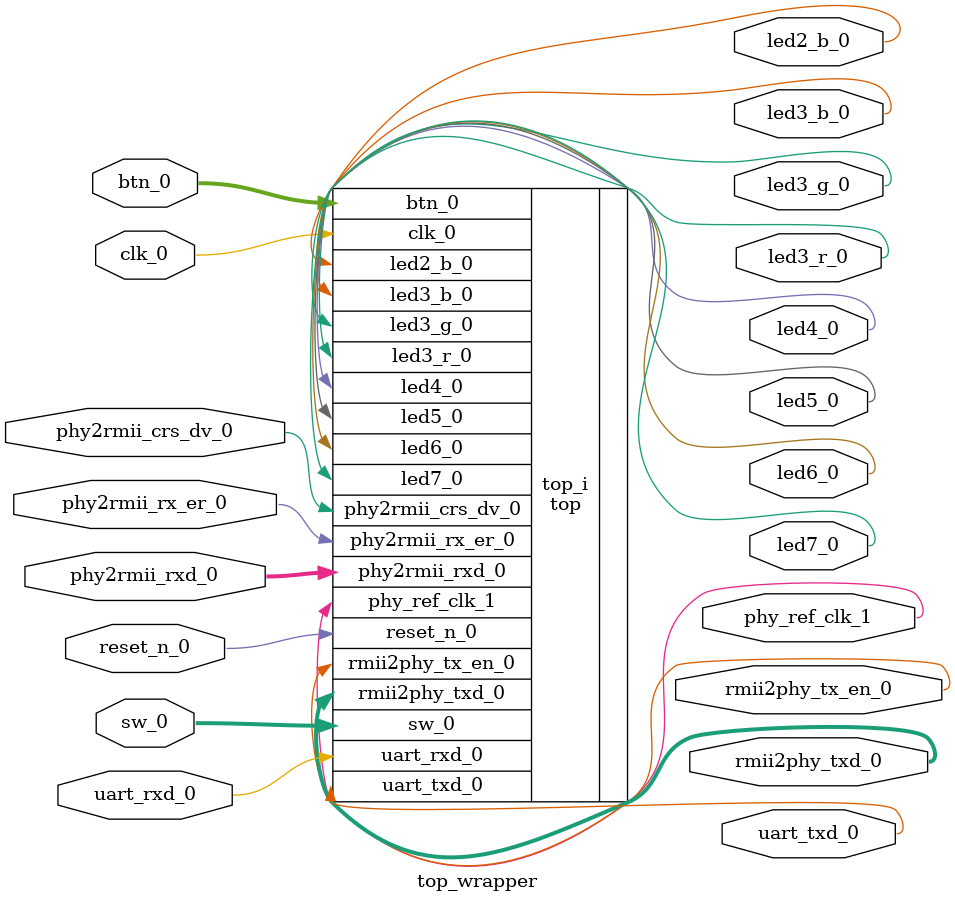
<source format=sv>
`timescale 1 ps / 1 ps

module top_wrapper
(
    btn_0,
    clk_0,

    led2_b_0,
    led3_b_0,
    led3_g_0,
    led3_r_0,
    led4_0,
    led5_0,
    led6_0,
    led7_0,

    phy2rmii_crs_dv_0,
    phy2rmii_rx_er_0,
    phy2rmii_rxd_0,
    phy_ref_clk_1,
    reset_n_0,
    rmii2phy_tx_en_0,
    rmii2phy_txd_0,
    sw_0,
    uart_rxd_0,
    uart_txd_0
);
  
    input [3:0]btn_0;
    input clk_0;
    output led2_b_0;
    output led3_b_0;
    output led3_g_0;
    output led3_r_0;
    output led4_0;
    output led5_0;
    output led6_0;
    output led7_0;
    input phy2rmii_crs_dv_0;
    input phy2rmii_rx_er_0;
    input [1:0]phy2rmii_rxd_0;
    output phy_ref_clk_1;
    input reset_n_0;
    output rmii2phy_tx_en_0;
    output [1:0]rmii2phy_txd_0;
    input [3:0]sw_0;
    input uart_rxd_0;
    output uart_txd_0;

    wire [3:0]btn_0;
    wire clk_0;
    wire led2_b_0;
    wire led3_b_0;
    wire led3_g_0;
    wire led3_r_0;
    wire led4_0;
    wire led5_0;
    wire led6_0;
    wire led7_0;
    wire phy2rmii_crs_dv_0;
    wire phy2rmii_rx_er_0;
    wire [1:0]phy2rmii_rxd_0;
    wire phy_ref_clk_1;
    wire reset_n_0;
    wire rmii2phy_tx_en_0;
    wire [1:0]rmii2phy_txd_0;
    wire [3:0]sw_0;
    wire uart_rxd_0;
    wire uart_txd_0;

    top top_i (
        .btn_0(btn_0),
        .clk_0(clk_0),
        .led2_b_0(led2_b_0),
        .led3_b_0(led3_b_0),
        .led3_g_0(led3_g_0),
        .led3_r_0(led3_r_0),
        .led4_0(led4_0),
        .led5_0(led5_0),
        .led6_0(led6_0),
        .led7_0(led7_0),
        .phy2rmii_crs_dv_0(phy2rmii_crs_dv_0),
        .phy2rmii_rx_er_0(phy2rmii_rx_er_0),
        .phy2rmii_rxd_0(phy2rmii_rxd_0),
        .phy_ref_clk_1(phy_ref_clk_1),
        .reset_n_0(reset_n_0),
        .rmii2phy_tx_en_0(rmii2phy_tx_en_0),
        .rmii2phy_txd_0(rmii2phy_txd_0),
        .sw_0(sw_0),
        .uart_rxd_0(uart_rxd_0),
        .uart_txd_0(uart_txd_0)
    );

endmodule

</source>
